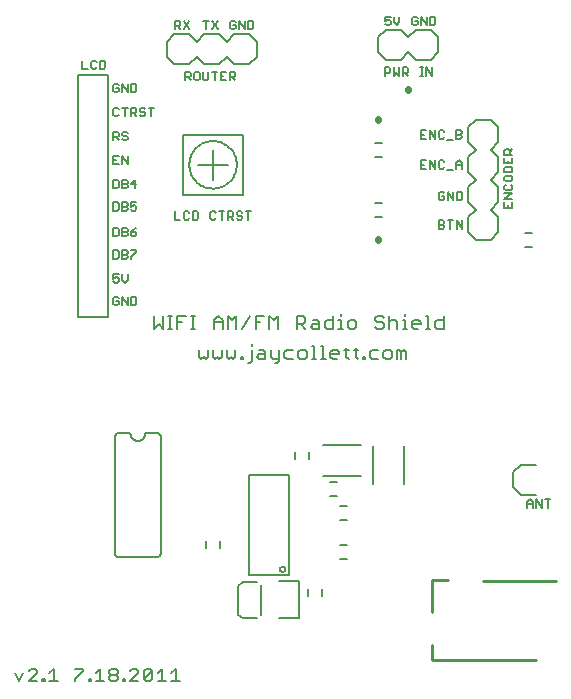
<source format=gto>
G75*
G70*
%OFA0B0*%
%FSLAX24Y24*%
%IPPOS*%
%LPD*%
%AMOC8*
5,1,8,0,0,1.08239X$1,22.5*
%
%ADD10C,0.0050*%
%ADD11C,0.0080*%
%ADD12C,0.0060*%
%ADD13C,0.0100*%
%ADD14C,0.0220*%
D10*
X026810Y012834D02*
X026810Y013014D01*
X026900Y013104D01*
X026990Y013014D01*
X026990Y012834D01*
X027105Y012834D02*
X027105Y013104D01*
X027285Y012834D01*
X027285Y013104D01*
X027399Y013104D02*
X027580Y013104D01*
X027489Y013104D02*
X027489Y012834D01*
X026990Y012969D02*
X026810Y012969D01*
X024630Y022134D02*
X024630Y022404D01*
X024449Y022404D02*
X024449Y022134D01*
X024630Y022134D02*
X024449Y022404D01*
X024335Y022404D02*
X024155Y022404D01*
X024245Y022404D02*
X024245Y022134D01*
X024040Y022179D02*
X023995Y022134D01*
X023860Y022134D01*
X023860Y022404D01*
X023995Y022404D01*
X024040Y022359D01*
X024040Y022314D01*
X023995Y022269D01*
X023860Y022269D01*
X023995Y022269D02*
X024040Y022224D01*
X024040Y022179D01*
X023995Y023084D02*
X024040Y023129D01*
X024040Y023219D01*
X023950Y023219D01*
X023860Y023309D02*
X023860Y023129D01*
X023905Y023084D01*
X023995Y023084D01*
X024155Y023084D02*
X024155Y023354D01*
X024335Y023084D01*
X024335Y023354D01*
X024449Y023354D02*
X024584Y023354D01*
X024630Y023309D01*
X024630Y023129D01*
X024584Y023084D01*
X024449Y023084D01*
X024449Y023354D01*
X024040Y023309D02*
X023995Y023354D01*
X023905Y023354D01*
X023860Y023309D01*
X023894Y024134D02*
X023984Y024134D01*
X024030Y024179D01*
X023894Y024134D02*
X023849Y024179D01*
X023849Y024359D01*
X023894Y024404D01*
X023984Y024404D01*
X024030Y024359D01*
X024144Y024089D02*
X024324Y024089D01*
X024439Y024134D02*
X024439Y024314D01*
X024529Y024404D01*
X024619Y024314D01*
X024619Y024134D01*
X024619Y024269D02*
X024439Y024269D01*
X023735Y024134D02*
X023735Y024404D01*
X023555Y024404D02*
X023555Y024134D01*
X023440Y024134D02*
X023260Y024134D01*
X023260Y024404D01*
X023440Y024404D01*
X023555Y024404D02*
X023735Y024134D01*
X023350Y024269D02*
X023260Y024269D01*
X024144Y025089D02*
X024324Y025089D01*
X024439Y025134D02*
X024574Y025134D01*
X024619Y025179D01*
X024619Y025224D01*
X024574Y025269D01*
X024439Y025269D01*
X024574Y025269D02*
X024619Y025314D01*
X024619Y025359D01*
X024574Y025404D01*
X024439Y025404D01*
X024439Y025134D01*
X024030Y025179D02*
X023984Y025134D01*
X023894Y025134D01*
X023849Y025179D01*
X023849Y025359D01*
X023894Y025404D01*
X023984Y025404D01*
X024030Y025359D01*
X023735Y025404D02*
X023735Y025134D01*
X023555Y025404D01*
X023555Y025134D01*
X023440Y025134D02*
X023260Y025134D01*
X023260Y025404D01*
X023440Y025404D01*
X023350Y025269D02*
X023260Y025269D01*
X026040Y024737D02*
X026085Y024782D01*
X026175Y024782D01*
X026220Y024737D01*
X026220Y024602D01*
X026220Y024692D02*
X026310Y024782D01*
X026310Y024602D02*
X026040Y024602D01*
X026040Y024737D01*
X026040Y024487D02*
X026040Y024307D01*
X026310Y024307D01*
X026310Y024487D01*
X026175Y024397D02*
X026175Y024307D01*
X026085Y024193D02*
X026040Y024148D01*
X026040Y024012D01*
X026310Y024012D01*
X026310Y024148D01*
X026265Y024193D01*
X026085Y024193D01*
X026085Y023898D02*
X026040Y023853D01*
X026040Y023763D01*
X026085Y023718D01*
X026265Y023718D01*
X026310Y023763D01*
X026310Y023853D01*
X026265Y023898D01*
X026085Y023898D01*
X026085Y023603D02*
X026040Y023558D01*
X026040Y023468D01*
X026085Y023423D01*
X026265Y023423D01*
X026310Y023468D01*
X026310Y023558D01*
X026265Y023603D01*
X026310Y023309D02*
X026040Y023309D01*
X026040Y023129D02*
X026310Y023309D01*
X026310Y023129D02*
X026040Y023129D01*
X026040Y023014D02*
X026040Y022834D01*
X026310Y022834D01*
X026310Y023014D01*
X026175Y022924D02*
X026175Y022834D01*
X023615Y027234D02*
X023615Y027504D01*
X023435Y027504D02*
X023615Y027234D01*
X023435Y027234D02*
X023435Y027504D01*
X023329Y027504D02*
X023239Y027504D01*
X023284Y027504D02*
X023284Y027234D01*
X023239Y027234D02*
X023329Y027234D01*
X022830Y027234D02*
X022739Y027324D01*
X022784Y027324D02*
X022649Y027324D01*
X022649Y027234D02*
X022649Y027504D01*
X022784Y027504D01*
X022830Y027459D01*
X022830Y027369D01*
X022784Y027324D01*
X022535Y027234D02*
X022535Y027504D01*
X022355Y027504D02*
X022355Y027234D01*
X022445Y027324D01*
X022535Y027234D01*
X022240Y027369D02*
X022195Y027324D01*
X022060Y027324D01*
X022060Y027234D02*
X022060Y027504D01*
X022195Y027504D01*
X022240Y027459D01*
X022240Y027369D01*
X022206Y028914D02*
X022116Y028914D01*
X022071Y028959D01*
X022071Y029049D02*
X022161Y029094D01*
X022206Y029094D01*
X022251Y029049D01*
X022251Y028959D01*
X022206Y028914D01*
X022365Y029004D02*
X022365Y029184D01*
X022251Y029184D02*
X022071Y029184D01*
X022071Y029049D01*
X022365Y029004D02*
X022456Y028914D01*
X022546Y029004D01*
X022546Y029184D01*
X022976Y029139D02*
X022976Y028959D01*
X023021Y028914D01*
X023111Y028914D01*
X023156Y028959D01*
X023156Y029049D01*
X023066Y029049D01*
X022976Y029139D02*
X023021Y029184D01*
X023111Y029184D01*
X023156Y029139D01*
X023271Y029184D02*
X023451Y028914D01*
X023451Y029184D01*
X023565Y029184D02*
X023701Y029184D01*
X023746Y029139D01*
X023746Y028959D01*
X023701Y028914D01*
X023565Y028914D01*
X023565Y029184D01*
X023271Y029184D02*
X023271Y028914D01*
X017680Y028829D02*
X017680Y029009D01*
X017634Y029054D01*
X017499Y029054D01*
X017499Y028784D01*
X017634Y028784D01*
X017680Y028829D01*
X017385Y028784D02*
X017385Y029054D01*
X017205Y029054D02*
X017385Y028784D01*
X017205Y028784D02*
X017205Y029054D01*
X017090Y029009D02*
X017045Y029054D01*
X016955Y029054D01*
X016910Y029009D01*
X016910Y028829D01*
X016955Y028784D01*
X017045Y028784D01*
X017090Y028829D01*
X017090Y028919D01*
X017000Y028919D01*
X016485Y029054D02*
X016305Y028784D01*
X016485Y028784D02*
X016305Y029054D01*
X016190Y029054D02*
X016010Y029054D01*
X016100Y029054D02*
X016100Y028784D01*
X015535Y028784D02*
X015355Y029054D01*
X015240Y029009D02*
X015195Y029054D01*
X015060Y029054D01*
X015060Y028784D01*
X015060Y028874D02*
X015195Y028874D01*
X015240Y028919D01*
X015240Y029009D01*
X015150Y028874D02*
X015240Y028784D01*
X015355Y028784D02*
X015535Y029054D01*
X015545Y027354D02*
X015410Y027354D01*
X015410Y027084D01*
X015410Y027174D02*
X015545Y027174D01*
X015590Y027219D01*
X015590Y027309D01*
X015545Y027354D01*
X015705Y027309D02*
X015705Y027129D01*
X015750Y027084D01*
X015840Y027084D01*
X015885Y027129D01*
X015885Y027309D01*
X015840Y027354D01*
X015750Y027354D01*
X015705Y027309D01*
X015500Y027174D02*
X015590Y027084D01*
X015999Y027129D02*
X015999Y027354D01*
X016180Y027354D02*
X016180Y027129D01*
X016134Y027084D01*
X016044Y027084D01*
X015999Y027129D01*
X016294Y027354D02*
X016474Y027354D01*
X016384Y027354D02*
X016384Y027084D01*
X016589Y027084D02*
X016769Y027084D01*
X016883Y027084D02*
X016883Y027354D01*
X017018Y027354D01*
X017063Y027309D01*
X017063Y027219D01*
X017018Y027174D01*
X016883Y027174D01*
X016973Y027174D02*
X017063Y027084D01*
X016769Y027354D02*
X016589Y027354D01*
X016589Y027084D01*
X016589Y027219D02*
X016679Y027219D01*
X014369Y026154D02*
X014189Y026154D01*
X014279Y026154D02*
X014279Y025884D01*
X014074Y025929D02*
X014029Y025884D01*
X013939Y025884D01*
X013894Y025929D01*
X013939Y026019D02*
X014029Y026019D01*
X014074Y025974D01*
X014074Y025929D01*
X013939Y026019D02*
X013894Y026064D01*
X013894Y026109D01*
X013939Y026154D01*
X014029Y026154D01*
X014074Y026109D01*
X013780Y026109D02*
X013780Y026019D01*
X013734Y025974D01*
X013599Y025974D01*
X013599Y025884D02*
X013599Y026154D01*
X013734Y026154D01*
X013780Y026109D01*
X013689Y025974D02*
X013780Y025884D01*
X013395Y025884D02*
X013395Y026154D01*
X013305Y026154D02*
X013485Y026154D01*
X013190Y026109D02*
X013145Y026154D01*
X013055Y026154D01*
X013010Y026109D01*
X013010Y025929D01*
X013055Y025884D01*
X013145Y025884D01*
X013190Y025929D01*
X013145Y025354D02*
X013190Y025309D01*
X013190Y025219D01*
X013145Y025174D01*
X013010Y025174D01*
X013010Y025084D02*
X013010Y025354D01*
X013145Y025354D01*
X013305Y025309D02*
X013305Y025264D01*
X013350Y025219D01*
X013440Y025219D01*
X013485Y025174D01*
X013485Y025129D01*
X013440Y025084D01*
X013350Y025084D01*
X013305Y025129D01*
X013190Y025084D02*
X013100Y025174D01*
X013305Y025309D02*
X013350Y025354D01*
X013440Y025354D01*
X013485Y025309D01*
X013485Y024554D02*
X013485Y024284D01*
X013305Y024554D01*
X013305Y024284D01*
X013190Y024284D02*
X013010Y024284D01*
X013010Y024554D01*
X013190Y024554D01*
X013100Y024419D02*
X013010Y024419D01*
X013010Y023754D02*
X013145Y023754D01*
X013190Y023709D01*
X013190Y023529D01*
X013145Y023484D01*
X013010Y023484D01*
X013010Y023754D01*
X013305Y023754D02*
X013440Y023754D01*
X013485Y023709D01*
X013485Y023664D01*
X013440Y023619D01*
X013305Y023619D01*
X013440Y023619D02*
X013485Y023574D01*
X013485Y023529D01*
X013440Y023484D01*
X013305Y023484D01*
X013305Y023754D01*
X013599Y023619D02*
X013780Y023619D01*
X013734Y023754D02*
X013599Y023619D01*
X013734Y023484D02*
X013734Y023754D01*
X013780Y023004D02*
X013599Y023004D01*
X013599Y022869D01*
X013689Y022914D01*
X013734Y022914D01*
X013780Y022869D01*
X013780Y022779D01*
X013734Y022734D01*
X013644Y022734D01*
X013599Y022779D01*
X013485Y022779D02*
X013440Y022734D01*
X013305Y022734D01*
X013305Y023004D01*
X013440Y023004D01*
X013485Y022959D01*
X013485Y022914D01*
X013440Y022869D01*
X013305Y022869D01*
X013440Y022869D02*
X013485Y022824D01*
X013485Y022779D01*
X013190Y022779D02*
X013145Y022734D01*
X013010Y022734D01*
X013010Y023004D01*
X013145Y023004D01*
X013190Y022959D01*
X013190Y022779D01*
X013145Y022154D02*
X013010Y022154D01*
X013010Y021884D01*
X013145Y021884D01*
X013190Y021929D01*
X013190Y022109D01*
X013145Y022154D01*
X013305Y022154D02*
X013440Y022154D01*
X013485Y022109D01*
X013485Y022064D01*
X013440Y022019D01*
X013305Y022019D01*
X013440Y022019D02*
X013485Y021974D01*
X013485Y021929D01*
X013440Y021884D01*
X013305Y021884D01*
X013305Y022154D01*
X013599Y022019D02*
X013734Y022019D01*
X013780Y021974D01*
X013780Y021929D01*
X013734Y021884D01*
X013644Y021884D01*
X013599Y021929D01*
X013599Y022019D01*
X013689Y022109D01*
X013780Y022154D01*
X013780Y021404D02*
X013599Y021404D01*
X013485Y021359D02*
X013485Y021314D01*
X013440Y021269D01*
X013305Y021269D01*
X013440Y021269D02*
X013485Y021224D01*
X013485Y021179D01*
X013440Y021134D01*
X013305Y021134D01*
X013305Y021404D01*
X013440Y021404D01*
X013485Y021359D01*
X013599Y021179D02*
X013599Y021134D01*
X013599Y021179D02*
X013780Y021359D01*
X013780Y021404D01*
X013190Y021359D02*
X013190Y021179D01*
X013145Y021134D01*
X013010Y021134D01*
X013010Y021404D01*
X013145Y021404D01*
X013190Y021359D01*
X013190Y020604D02*
X013010Y020604D01*
X013010Y020469D01*
X013100Y020514D01*
X013145Y020514D01*
X013190Y020469D01*
X013190Y020379D01*
X013145Y020334D01*
X013055Y020334D01*
X013010Y020379D01*
X013305Y020424D02*
X013395Y020334D01*
X013485Y020424D01*
X013485Y020604D01*
X013305Y020604D02*
X013305Y020424D01*
X013305Y019854D02*
X013485Y019584D01*
X013485Y019854D01*
X013599Y019854D02*
X013734Y019854D01*
X013780Y019809D01*
X013780Y019629D01*
X013734Y019584D01*
X013599Y019584D01*
X013599Y019854D01*
X013305Y019854D02*
X013305Y019584D01*
X013190Y019629D02*
X013190Y019719D01*
X013100Y019719D01*
X013010Y019809D02*
X013010Y019629D01*
X013055Y019584D01*
X013145Y019584D01*
X013190Y019629D01*
X013190Y019809D02*
X013145Y019854D01*
X013055Y019854D01*
X013010Y019809D01*
X015060Y022434D02*
X015240Y022434D01*
X015355Y022479D02*
X015400Y022434D01*
X015490Y022434D01*
X015535Y022479D01*
X015649Y022434D02*
X015649Y022704D01*
X015784Y022704D01*
X015830Y022659D01*
X015830Y022479D01*
X015784Y022434D01*
X015649Y022434D01*
X015535Y022659D02*
X015490Y022704D01*
X015400Y022704D01*
X015355Y022659D01*
X015355Y022479D01*
X015060Y022434D02*
X015060Y022704D01*
X015335Y023259D02*
X017335Y023259D01*
X017335Y025259D01*
X015335Y025259D01*
X015335Y023259D01*
X016239Y022659D02*
X016239Y022479D01*
X016284Y022434D01*
X016374Y022434D01*
X016419Y022479D01*
X016419Y022659D02*
X016374Y022704D01*
X016284Y022704D01*
X016239Y022659D01*
X016533Y022704D02*
X016713Y022704D01*
X016623Y022704D02*
X016623Y022434D01*
X016828Y022434D02*
X016828Y022704D01*
X016963Y022704D01*
X017008Y022659D01*
X017008Y022569D01*
X016963Y022524D01*
X016828Y022524D01*
X016918Y022524D02*
X017008Y022434D01*
X017123Y022479D02*
X017168Y022434D01*
X017258Y022434D01*
X017303Y022479D01*
X017303Y022524D01*
X017258Y022569D01*
X017168Y022569D01*
X017123Y022614D01*
X017123Y022659D01*
X017168Y022704D01*
X017258Y022704D01*
X017303Y022659D01*
X017417Y022704D02*
X017597Y022704D01*
X017507Y022704D02*
X017507Y022434D01*
X016335Y023759D02*
X016335Y024259D01*
X015544Y024259D02*
X015546Y024315D01*
X015552Y024370D01*
X015562Y024425D01*
X015575Y024479D01*
X015593Y024532D01*
X015614Y024584D01*
X015639Y024634D01*
X015667Y024682D01*
X015698Y024728D01*
X015733Y024772D01*
X015771Y024813D01*
X015811Y024852D01*
X015854Y024887D01*
X015900Y024920D01*
X015948Y024949D01*
X015997Y024974D01*
X016048Y024996D01*
X016101Y025015D01*
X016155Y025029D01*
X016210Y025040D01*
X016265Y025047D01*
X016321Y025050D01*
X016377Y025049D01*
X016432Y025044D01*
X016488Y025035D01*
X016542Y025022D01*
X016595Y025006D01*
X016647Y024986D01*
X016698Y024962D01*
X016747Y024935D01*
X016793Y024904D01*
X016837Y024870D01*
X016879Y024833D01*
X016918Y024793D01*
X016955Y024751D01*
X016988Y024706D01*
X017018Y024659D01*
X017044Y024609D01*
X017067Y024558D01*
X017086Y024506D01*
X017102Y024452D01*
X017114Y024398D01*
X017122Y024343D01*
X017126Y024287D01*
X017126Y024231D01*
X017122Y024175D01*
X017114Y024120D01*
X017102Y024066D01*
X017086Y024012D01*
X017067Y023960D01*
X017044Y023909D01*
X017018Y023859D01*
X016988Y023812D01*
X016955Y023767D01*
X016918Y023725D01*
X016879Y023685D01*
X016837Y023648D01*
X016793Y023614D01*
X016747Y023583D01*
X016698Y023556D01*
X016647Y023532D01*
X016595Y023512D01*
X016542Y023496D01*
X016488Y023483D01*
X016432Y023474D01*
X016377Y023469D01*
X016321Y023468D01*
X016265Y023471D01*
X016210Y023478D01*
X016155Y023489D01*
X016101Y023503D01*
X016048Y023522D01*
X015997Y023544D01*
X015948Y023569D01*
X015900Y023598D01*
X015854Y023631D01*
X015811Y023666D01*
X015771Y023705D01*
X015733Y023746D01*
X015698Y023790D01*
X015667Y023836D01*
X015639Y023884D01*
X015614Y023934D01*
X015593Y023986D01*
X015575Y024039D01*
X015562Y024093D01*
X015552Y024148D01*
X015546Y024203D01*
X015544Y024259D01*
X015835Y024259D02*
X016335Y024259D01*
X016835Y024259D01*
X016335Y024259D02*
X016335Y024759D01*
X013780Y026729D02*
X013734Y026684D01*
X013599Y026684D01*
X013599Y026954D01*
X013734Y026954D01*
X013780Y026909D01*
X013780Y026729D01*
X013485Y026684D02*
X013485Y026954D01*
X013305Y026954D02*
X013305Y026684D01*
X013190Y026729D02*
X013190Y026819D01*
X013100Y026819D01*
X013010Y026909D02*
X013010Y026729D01*
X013055Y026684D01*
X013145Y026684D01*
X013190Y026729D01*
X013190Y026909D02*
X013145Y026954D01*
X013055Y026954D01*
X013010Y026909D01*
X013305Y026954D02*
X013485Y026684D01*
X012701Y027464D02*
X012746Y027509D01*
X012746Y027689D01*
X012701Y027734D01*
X012565Y027734D01*
X012565Y027464D01*
X012701Y027464D01*
X012451Y027509D02*
X012406Y027464D01*
X012316Y027464D01*
X012271Y027509D01*
X012271Y027689D01*
X012316Y027734D01*
X012406Y027734D01*
X012451Y027689D01*
X012156Y027464D02*
X011976Y027464D01*
X011976Y027734D01*
D11*
X010005Y007329D02*
X009865Y007049D01*
X009725Y007329D01*
X010185Y007399D02*
X010256Y007469D01*
X010396Y007469D01*
X010466Y007399D01*
X010466Y007329D01*
X010185Y007049D01*
X010466Y007049D01*
X010646Y007049D02*
X010716Y007049D01*
X010716Y007119D01*
X010646Y007119D01*
X010646Y007049D01*
X010876Y007049D02*
X011156Y007049D01*
X011016Y007049D02*
X011016Y007469D01*
X010876Y007329D01*
X011725Y007469D02*
X012005Y007469D01*
X012005Y007399D01*
X011725Y007119D01*
X011725Y007049D01*
X012185Y007049D02*
X012256Y007049D01*
X012256Y007119D01*
X012185Y007119D01*
X012185Y007049D01*
X012416Y007049D02*
X012696Y007049D01*
X012556Y007049D02*
X012556Y007469D01*
X012416Y007329D01*
X012876Y007329D02*
X012876Y007399D01*
X012946Y007469D01*
X013086Y007469D01*
X013156Y007399D01*
X013156Y007329D01*
X013086Y007259D01*
X012946Y007259D01*
X012876Y007329D01*
X012946Y007259D02*
X012876Y007189D01*
X012876Y007119D01*
X012946Y007049D01*
X013086Y007049D01*
X013156Y007119D01*
X013156Y007189D01*
X013086Y007259D01*
X013336Y007119D02*
X013406Y007119D01*
X013406Y007049D01*
X013336Y007049D01*
X013336Y007119D01*
X013566Y007049D02*
X013847Y007329D01*
X013847Y007399D01*
X013777Y007469D01*
X013637Y007469D01*
X013566Y007399D01*
X013566Y007049D02*
X013847Y007049D01*
X014027Y007119D02*
X014307Y007399D01*
X014307Y007119D01*
X014237Y007049D01*
X014097Y007049D01*
X014027Y007119D01*
X014027Y007399D01*
X014097Y007469D01*
X014237Y007469D01*
X014307Y007399D01*
X014487Y007329D02*
X014627Y007469D01*
X014627Y007049D01*
X014487Y007049D02*
X014767Y007049D01*
X014948Y007049D02*
X015228Y007049D01*
X015088Y007049D02*
X015088Y007469D01*
X014948Y007329D01*
X017161Y009267D02*
X017319Y009149D01*
X017791Y009149D01*
X017319Y009149D01*
X017161Y009267D02*
X017161Y010231D01*
X017319Y010369D01*
X017791Y010369D01*
X017945Y010265D02*
X017945Y009243D01*
X018539Y009149D02*
X019209Y009149D01*
X019209Y010389D01*
X018539Y010389D01*
X018854Y010586D02*
X017516Y010586D01*
X017516Y013932D01*
X018854Y013932D01*
X018854Y010586D01*
X018561Y010780D02*
X018563Y010798D01*
X018569Y010816D01*
X018578Y010832D01*
X018590Y010845D01*
X018605Y010856D01*
X018622Y010864D01*
X018640Y010868D01*
X018658Y010868D01*
X018676Y010864D01*
X018693Y010856D01*
X018708Y010845D01*
X018720Y010832D01*
X018729Y010816D01*
X018735Y010798D01*
X018737Y010780D01*
X018735Y010762D01*
X018729Y010744D01*
X018720Y010728D01*
X018708Y010715D01*
X018693Y010704D01*
X018676Y010696D01*
X018658Y010692D01*
X018640Y010692D01*
X018622Y010696D01*
X018605Y010704D01*
X018590Y010715D01*
X018578Y010728D01*
X018569Y010744D01*
X018563Y010762D01*
X018561Y010780D01*
X021673Y013629D02*
X021673Y014889D01*
X021265Y014921D02*
X020005Y014921D01*
X020005Y013897D02*
X021265Y013897D01*
X022697Y013629D02*
X022697Y014889D01*
X026335Y014009D02*
X026335Y013509D01*
X026585Y013259D01*
X027085Y013259D01*
X026335Y014009D02*
X026585Y014259D01*
X027085Y014259D01*
X022754Y017799D02*
X022754Y018009D01*
X022684Y018079D01*
X022614Y018009D01*
X022614Y017799D01*
X022473Y017799D02*
X022473Y018079D01*
X022543Y018079D01*
X022614Y018009D01*
X022293Y018009D02*
X022293Y017869D01*
X022223Y017799D01*
X022083Y017799D01*
X022013Y017869D01*
X022013Y018009D01*
X022083Y018079D01*
X022223Y018079D01*
X022293Y018009D01*
X021833Y018079D02*
X021623Y018079D01*
X021553Y018009D01*
X021553Y017869D01*
X021623Y017799D01*
X021833Y017799D01*
X021393Y017799D02*
X021323Y017799D01*
X021323Y017869D01*
X021393Y017869D01*
X021393Y017799D01*
X021156Y017799D02*
X021086Y017869D01*
X021086Y018149D01*
X021016Y018079D02*
X021156Y018079D01*
X020849Y018079D02*
X020709Y018079D01*
X020779Y018149D02*
X020779Y017869D01*
X020849Y017799D01*
X020529Y017939D02*
X020529Y018009D01*
X020459Y018079D01*
X020318Y018079D01*
X020248Y018009D01*
X020248Y017869D01*
X020318Y017799D01*
X020459Y017799D01*
X020529Y017939D02*
X020248Y017939D01*
X020082Y017799D02*
X019942Y017799D01*
X020012Y017799D02*
X020012Y018219D01*
X019942Y018219D01*
X019705Y018219D02*
X019705Y017799D01*
X019635Y017799D02*
X019775Y017799D01*
X019455Y017869D02*
X019455Y018009D01*
X019384Y018079D01*
X019244Y018079D01*
X019174Y018009D01*
X019174Y017869D01*
X019244Y017799D01*
X019384Y017799D01*
X019455Y017869D01*
X019635Y018219D02*
X019705Y018219D01*
X018994Y018079D02*
X018784Y018079D01*
X018714Y018009D01*
X018714Y017869D01*
X018784Y017799D01*
X018994Y017799D01*
X018534Y017799D02*
X018324Y017799D01*
X018254Y017869D01*
X018254Y018079D01*
X018073Y018009D02*
X018073Y017799D01*
X017863Y017799D01*
X017793Y017869D01*
X017863Y017939D01*
X018073Y017939D01*
X018073Y018009D02*
X018003Y018079D01*
X017863Y018079D01*
X017626Y018079D02*
X017626Y017729D01*
X017556Y017659D01*
X017486Y017659D01*
X017326Y017799D02*
X017256Y017799D01*
X017256Y017869D01*
X017326Y017869D01*
X017326Y017799D01*
X017076Y017869D02*
X017076Y018079D01*
X017076Y017869D02*
X017006Y017799D01*
X016936Y017869D01*
X016866Y017799D01*
X016796Y017869D01*
X016796Y018079D01*
X016616Y018079D02*
X016616Y017869D01*
X016546Y017799D01*
X016476Y017869D01*
X016406Y017799D01*
X016335Y017869D01*
X016335Y018079D01*
X016155Y018079D02*
X016155Y017869D01*
X016085Y017799D01*
X016015Y017869D01*
X015945Y017799D01*
X015875Y017869D01*
X015875Y018079D01*
X015743Y018799D02*
X015603Y018799D01*
X015673Y018799D02*
X015673Y019219D01*
X015603Y019219D02*
X015743Y019219D01*
X015423Y019219D02*
X015142Y019219D01*
X015142Y018799D01*
X014976Y018799D02*
X014835Y018799D01*
X014906Y018799D02*
X014906Y019219D01*
X014976Y019219D02*
X014835Y019219D01*
X014655Y019219D02*
X014655Y018799D01*
X014515Y018939D01*
X014375Y018799D01*
X014375Y019219D01*
X015142Y019009D02*
X015282Y019009D01*
X016370Y019009D02*
X016650Y019009D01*
X016650Y019079D02*
X016650Y018799D01*
X016830Y018799D02*
X016830Y019219D01*
X016970Y019079D01*
X017111Y019219D01*
X017111Y018799D01*
X017291Y018799D02*
X017571Y019219D01*
X017751Y019219D02*
X018031Y019219D01*
X018211Y019219D02*
X018351Y019079D01*
X018492Y019219D01*
X018492Y018799D01*
X018211Y018799D02*
X018211Y019219D01*
X017891Y019009D02*
X017751Y019009D01*
X017751Y018799D02*
X017751Y019219D01*
X017626Y018289D02*
X017626Y018219D01*
X018394Y017659D02*
X018464Y017659D01*
X018534Y017729D01*
X018534Y018079D01*
X019132Y018799D02*
X019132Y019219D01*
X019342Y019219D01*
X019412Y019149D01*
X019412Y019009D01*
X019342Y018939D01*
X019132Y018939D01*
X019272Y018939D02*
X019412Y018799D01*
X019592Y018869D02*
X019662Y018799D01*
X019873Y018799D01*
X019873Y019009D01*
X019803Y019079D01*
X019662Y019079D01*
X019662Y018939D02*
X019873Y018939D01*
X020053Y019009D02*
X020123Y019079D01*
X020333Y019079D01*
X020333Y019219D02*
X020333Y018799D01*
X020123Y018799D01*
X020053Y018869D01*
X020053Y019009D01*
X019662Y018939D02*
X019592Y018869D01*
X020513Y018799D02*
X020653Y018799D01*
X020583Y018799D02*
X020583Y019079D01*
X020513Y019079D01*
X020583Y019219D02*
X020583Y019289D01*
X020820Y019009D02*
X020820Y018869D01*
X020890Y018799D01*
X021030Y018799D01*
X021100Y018869D01*
X021100Y019009D01*
X021030Y019079D01*
X020890Y019079D01*
X020820Y019009D01*
X021741Y019079D02*
X021811Y019009D01*
X021951Y019009D01*
X022021Y018939D01*
X022021Y018869D01*
X021951Y018799D01*
X021811Y018799D01*
X021741Y018869D01*
X021741Y019079D02*
X021741Y019149D01*
X021811Y019219D01*
X021951Y019219D01*
X022021Y019149D01*
X022201Y019219D02*
X022201Y018799D01*
X022201Y019009D02*
X022271Y019079D01*
X022411Y019079D01*
X022481Y019009D01*
X022481Y018799D01*
X022661Y018799D02*
X022802Y018799D01*
X022731Y018799D02*
X022731Y019079D01*
X022661Y019079D01*
X022731Y019219D02*
X022731Y019289D01*
X022968Y019009D02*
X023038Y019079D01*
X023179Y019079D01*
X023249Y019009D01*
X023249Y018939D01*
X022968Y018939D01*
X022968Y018869D02*
X022968Y019009D01*
X022968Y018869D02*
X023038Y018799D01*
X023179Y018799D01*
X023429Y018799D02*
X023569Y018799D01*
X023499Y018799D02*
X023499Y019219D01*
X023429Y019219D01*
X023736Y019009D02*
X023806Y019079D01*
X024016Y019079D01*
X024016Y019219D02*
X024016Y018799D01*
X023806Y018799D01*
X023736Y018869D01*
X023736Y019009D01*
X025085Y021759D02*
X025585Y021759D01*
X025835Y022009D01*
X025835Y022509D01*
X025585Y022759D01*
X025835Y023009D01*
X025835Y023509D01*
X025585Y023759D01*
X025835Y024009D01*
X025835Y024509D01*
X025585Y024759D01*
X025835Y025009D01*
X025835Y025509D01*
X025585Y025759D01*
X025085Y025759D01*
X024835Y025509D01*
X024835Y025009D01*
X025085Y024759D01*
X024835Y024509D01*
X024835Y024009D01*
X025085Y023759D01*
X024835Y023509D01*
X024835Y023009D01*
X025085Y022759D01*
X024835Y022509D01*
X024835Y022009D01*
X025085Y021759D01*
X023585Y027759D02*
X023085Y027759D01*
X022835Y028009D01*
X022585Y027759D01*
X022085Y027759D01*
X021835Y028009D01*
X021835Y028509D01*
X022085Y028759D01*
X022585Y028759D01*
X022835Y028509D01*
X023085Y028759D01*
X023585Y028759D01*
X023835Y028509D01*
X023835Y028009D01*
X023585Y027759D01*
X017785Y027859D02*
X017785Y028359D01*
X017535Y028609D01*
X017035Y028609D01*
X016785Y028359D01*
X016535Y028609D01*
X016035Y028609D01*
X015785Y028359D01*
X015535Y028609D01*
X015035Y028609D01*
X014785Y028359D01*
X014785Y027859D01*
X015035Y027609D01*
X015535Y027609D01*
X015785Y027859D01*
X016035Y027609D01*
X016535Y027609D01*
X016785Y027859D01*
X017035Y027609D01*
X017535Y027609D01*
X017785Y027859D01*
X012827Y027251D02*
X011843Y027251D01*
X011843Y019180D01*
X012827Y019180D01*
X012827Y027251D01*
X016510Y019219D02*
X016650Y019079D01*
X016510Y019219D02*
X016370Y019079D01*
X016370Y018799D01*
X014407Y015329D02*
X014075Y015329D01*
X014075Y015309D02*
X014073Y015279D01*
X014068Y015249D01*
X014059Y015220D01*
X014046Y015193D01*
X014031Y015167D01*
X014012Y015143D01*
X013991Y015122D01*
X013967Y015103D01*
X013941Y015088D01*
X013914Y015075D01*
X013885Y015066D01*
X013855Y015061D01*
X013825Y015059D01*
X013795Y015061D01*
X013765Y015066D01*
X013736Y015075D01*
X013709Y015088D01*
X013683Y015103D01*
X013659Y015122D01*
X013638Y015143D01*
X013619Y015167D01*
X013604Y015193D01*
X013591Y015220D01*
X013582Y015249D01*
X013577Y015279D01*
X013575Y015309D01*
X013575Y015329D02*
X013179Y015329D01*
X013179Y015330D02*
X013159Y015325D01*
X013140Y015317D01*
X013122Y015306D01*
X013106Y015293D01*
X013093Y015277D01*
X013082Y015260D01*
X013074Y015241D01*
X013069Y015221D01*
X013067Y015200D01*
X013068Y015179D01*
X013069Y015179D02*
X013069Y011300D01*
X013068Y011299D02*
X013073Y011279D01*
X013081Y011260D01*
X013092Y011242D01*
X013105Y011226D01*
X013121Y011213D01*
X013138Y011202D01*
X013157Y011194D01*
X013177Y011189D01*
X013198Y011187D01*
X013219Y011188D01*
X013219Y011189D02*
X014451Y011189D01*
X014474Y011191D01*
X014497Y011196D01*
X014519Y011205D01*
X014539Y011218D01*
X014557Y011233D01*
X014572Y011251D01*
X014585Y011271D01*
X014594Y011293D01*
X014599Y011316D01*
X014601Y011339D01*
X014601Y015179D01*
X014602Y015179D02*
X014597Y015203D01*
X014589Y015226D01*
X014578Y015247D01*
X014564Y015267D01*
X014547Y015285D01*
X014528Y015300D01*
X014507Y015313D01*
X014485Y015322D01*
X014461Y015328D01*
X014437Y015330D01*
X014412Y015329D01*
D12*
X019049Y014677D02*
X019049Y014441D01*
X019521Y014441D02*
X019521Y014677D01*
X020217Y013695D02*
X020453Y013695D01*
X020453Y013223D02*
X020217Y013223D01*
X020567Y012895D02*
X020803Y012895D01*
X020803Y012423D02*
X020567Y012423D01*
X020567Y011595D02*
X020803Y011595D01*
X020803Y011123D02*
X020567Y011123D01*
X019971Y010127D02*
X019971Y009891D01*
X019499Y009891D02*
X019499Y010127D01*
X016571Y011491D02*
X016571Y011727D01*
X016099Y011727D02*
X016099Y011491D01*
X026717Y021523D02*
X026953Y021523D01*
X026953Y021995D02*
X026717Y021995D01*
X021953Y022523D02*
X021717Y022523D01*
X021717Y022995D02*
X021953Y022995D01*
X021953Y024523D02*
X021717Y024523D01*
X021717Y024995D02*
X021953Y024995D01*
D13*
X023615Y010409D02*
X024155Y010409D01*
X023615Y010409D02*
X023615Y009359D01*
X023635Y008239D02*
X023635Y007759D01*
X027095Y007759D01*
X027765Y010389D02*
X025345Y010389D01*
D14*
X021835Y021747D02*
X021835Y021771D01*
X021835Y025747D02*
X021835Y025771D01*
X022835Y026747D02*
X022835Y026771D01*
M02*

</source>
